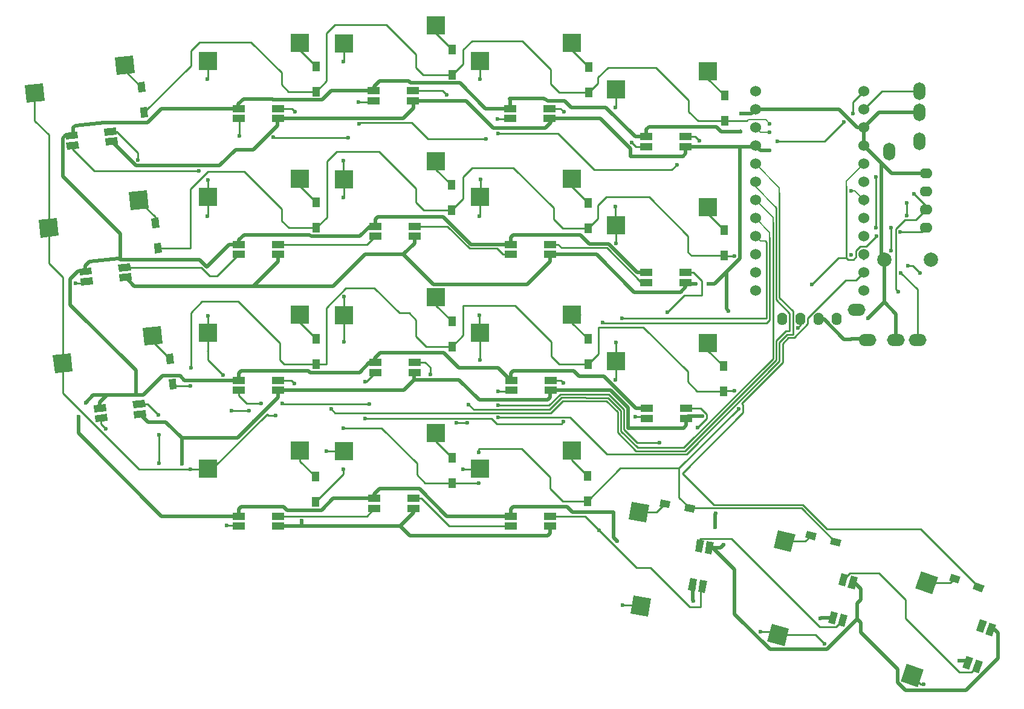
<source format=gbr>
%TF.GenerationSoftware,KiCad,Pcbnew,(5.1.10)-1*%
%TF.CreationDate,2021-10-28T21:07:40+02:00*%
%TF.ProjectId,yaohkib - lefft,79616f68-6b69-4622-902d-206c65666674,rev?*%
%TF.SameCoordinates,Original*%
%TF.FileFunction,Copper,L2,Bot*%
%TF.FilePolarity,Positive*%
%FSLAX46Y46*%
G04 Gerber Fmt 4.6, Leading zero omitted, Abs format (unit mm)*
G04 Created by KiCad (PCBNEW (5.1.10)-1) date 2021-10-28 21:07:41*
%MOMM*%
%LPD*%
G01*
G04 APERTURE LIST*
%TA.AperFunction,SMDPad,CuDef*%
%ADD10R,1.700000X1.000000*%
%TD*%
%TA.AperFunction,SMDPad,CuDef*%
%ADD11C,0.100000*%
%TD*%
%TA.AperFunction,ComponentPad*%
%ADD12O,2.500000X1.700000*%
%TD*%
%TA.AperFunction,ComponentPad*%
%ADD13O,1.397000X1.778000*%
%TD*%
%TA.AperFunction,ComponentPad*%
%ADD14C,1.524000*%
%TD*%
%TA.AperFunction,SMDPad,CuDef*%
%ADD15R,2.550000X2.500000*%
%TD*%
%TA.AperFunction,ComponentPad*%
%ADD16C,2.000000*%
%TD*%
%TA.AperFunction,SMDPad,CuDef*%
%ADD17R,1.000000X1.400000*%
%TD*%
%TA.AperFunction,ComponentPad*%
%ADD18O,1.778000X1.397000*%
%TD*%
%TA.AperFunction,ComponentPad*%
%ADD19O,1.700000X2.500000*%
%TD*%
%TA.AperFunction,ViaPad*%
%ADD20C,0.600000*%
%TD*%
%TA.AperFunction,Conductor*%
%ADD21C,0.250000*%
%TD*%
%TA.AperFunction,Conductor*%
%ADD22C,0.500000*%
%TD*%
%TA.AperFunction,Conductor*%
%ADD23C,0.203200*%
%TD*%
G04 APERTURE END LIST*
D10*
%TO.P,LED13,2*%
%TO.N,Net-(LED13-Pad2)*%
X109271500Y-77113000D03*
%TO.P,LED13,1*%
%TO.N,VCC*%
X109271500Y-78513000D03*
%TO.P,LED13,3*%
%TO.N,GND*%
X103771500Y-77113000D03*
%TO.P,LED13,4*%
%TO.N,Net-(LED12-Pad2)*%
X103771500Y-78513000D03*
%TD*%
%TO.P,LED19,2*%
%TO.N,Net-(LED19-Pad2)*%
X128365500Y-93685000D03*
%TO.P,LED19,1*%
%TO.N,VCC*%
X128365500Y-95085000D03*
%TO.P,LED19,3*%
%TO.N,GND*%
X122865500Y-93685000D03*
%TO.P,LED19,4*%
%TO.N,Net-(LED18-Pad2)*%
X122865500Y-95085000D03*
%TD*%
%TO.P,LED14,2*%
%TO.N,Net-(LED14-Pad2)*%
X128365500Y-74573000D03*
%TO.P,LED14,1*%
%TO.N,VCC*%
X128365500Y-75973000D03*
%TO.P,LED14,3*%
%TO.N,GND*%
X122865500Y-74573000D03*
%TO.P,LED14,4*%
%TO.N,Net-(LED13-Pad2)*%
X122865500Y-75973000D03*
%TD*%
%TA.AperFunction,SMDPad,CuDef*%
D11*
%TO.P,LED27,2*%
%TO.N,Net-(LED27-Pad2)*%
G36*
X207963629Y-131602249D02*
G01*
X207023937Y-131260229D01*
X207605371Y-129662751D01*
X208545063Y-130004771D01*
X207963629Y-131602249D01*
G37*
%TD.AperFunction*%
%TA.AperFunction,SMDPad,CuDef*%
%TO.P,LED27,1*%
%TO.N,VCC*%
G36*
X209279198Y-132081077D02*
G01*
X208339506Y-131739057D01*
X208920940Y-130141579D01*
X209860632Y-130483599D01*
X209279198Y-132081077D01*
G37*
%TD.AperFunction*%
%TA.AperFunction,SMDPad,CuDef*%
%TO.P,LED27,3*%
%TO.N,GND*%
G36*
X206082518Y-136770559D02*
G01*
X205142826Y-136428539D01*
X205724260Y-134831061D01*
X206663952Y-135173081D01*
X206082518Y-136770559D01*
G37*
%TD.AperFunction*%
%TA.AperFunction,SMDPad,CuDef*%
%TO.P,LED27,4*%
%TO.N,Net-(LED26-Pad2)*%
G36*
X207398087Y-137249387D02*
G01*
X206458395Y-136907367D01*
X207039829Y-135309889D01*
X207979521Y-135651909D01*
X207398087Y-137249387D01*
G37*
%TD.AperFunction*%
%TD*%
D10*
%TO.P,LED15,2*%
%TO.N,Net-(LED15-Pad2)*%
X147371500Y-77113000D03*
%TO.P,LED15,1*%
%TO.N,VCC*%
X147371500Y-78513000D03*
%TO.P,LED15,3*%
%TO.N,GND*%
X141871500Y-77113000D03*
%TO.P,LED15,4*%
%TO.N,Net-(LED14-Pad2)*%
X141871500Y-78513000D03*
%TD*%
%TO.P,LED22,2*%
%TO.N,Net-(LED22-Pad2)*%
X109271500Y-115213000D03*
%TO.P,LED22,1*%
%TO.N,VCC*%
X109271500Y-116613000D03*
%TO.P,LED22,3*%
%TO.N,GND*%
X103771500Y-115213000D03*
%TO.P,LED22,4*%
%TO.N,Net-(LED21-Pad2)*%
X103771500Y-116613000D03*
%TD*%
%TO.P,LED8,2*%
%TO.N,Net-(LED8-Pad2)*%
X147288500Y-58061500D03*
%TO.P,LED8,1*%
%TO.N,VCC*%
X147288500Y-59461500D03*
%TO.P,LED8,3*%
%TO.N,GND*%
X141788500Y-58061500D03*
%TO.P,LED8,4*%
%TO.N,Net-(LED7-Pad2)*%
X141788500Y-59461500D03*
%TD*%
%TO.P,LED9,2*%
%TO.N,Net-(LED10-Pad4)*%
X128175000Y-55585000D03*
%TO.P,LED9,1*%
%TO.N,VCC*%
X128175000Y-56985000D03*
%TO.P,LED9,3*%
%TO.N,GND*%
X122675000Y-55585000D03*
%TO.P,LED9,4*%
%TO.N,Net-(LED8-Pad2)*%
X122675000Y-56985000D03*
%TD*%
%TO.P,LED7,2*%
%TO.N,Net-(LED7-Pad2)*%
X166338500Y-61998500D03*
%TO.P,LED7,1*%
%TO.N,VCC*%
X166338500Y-63398500D03*
%TO.P,LED7,3*%
%TO.N,GND*%
X160838500Y-61998500D03*
%TO.P,LED7,4*%
%TO.N,LED*%
X160838500Y-63398500D03*
%TD*%
%TO.P,LED20,2*%
%TO.N,Net-(LED20-Pad2)*%
X109252000Y-96161500D03*
%TO.P,LED20,1*%
%TO.N,VCC*%
X109252000Y-97561500D03*
%TO.P,LED20,3*%
%TO.N,GND*%
X103752000Y-96161500D03*
%TO.P,LED20,4*%
%TO.N,Net-(LED19-Pad2)*%
X103752000Y-97561500D03*
%TD*%
%TA.AperFunction,SMDPad,CuDef*%
D11*
%TO.P,LED12,2*%
%TO.N,Net-(LED12-Pad2)*%
G36*
X86976421Y-80926610D02*
G01*
X86871892Y-79932088D01*
X88562579Y-79754390D01*
X88667108Y-80748912D01*
X86976421Y-80926610D01*
G37*
%TD.AperFunction*%
%TA.AperFunction,SMDPad,CuDef*%
%TO.P,LED12,1*%
%TO.N,VCC*%
G36*
X87122761Y-82318941D02*
G01*
X87018232Y-81324419D01*
X88708919Y-81146721D01*
X88813448Y-82141243D01*
X87122761Y-82318941D01*
G37*
%TD.AperFunction*%
%TA.AperFunction,SMDPad,CuDef*%
%TO.P,LED12,3*%
%TO.N,GND*%
G36*
X81506551Y-81501517D02*
G01*
X81402022Y-80506995D01*
X83092709Y-80329297D01*
X83197238Y-81323819D01*
X81506551Y-81501517D01*
G37*
%TD.AperFunction*%
%TA.AperFunction,SMDPad,CuDef*%
%TO.P,LED12,4*%
%TO.N,Net-(LED11-Pad2)*%
G36*
X81652891Y-82893848D02*
G01*
X81548362Y-81899326D01*
X83239049Y-81721628D01*
X83343578Y-82716150D01*
X81652891Y-82893848D01*
G37*
%TD.AperFunction*%
%TD*%
%TA.AperFunction,SMDPad,CuDef*%
%TO.P,LED21,2*%
%TO.N,Net-(LED21-Pad2)*%
G36*
X89008421Y-100103610D02*
G01*
X88903892Y-99109088D01*
X90594579Y-98931390D01*
X90699108Y-99925912D01*
X89008421Y-100103610D01*
G37*
%TD.AperFunction*%
%TA.AperFunction,SMDPad,CuDef*%
%TO.P,LED21,1*%
%TO.N,VCC*%
G36*
X89154761Y-101495941D02*
G01*
X89050232Y-100501419D01*
X90740919Y-100323721D01*
X90845448Y-101318243D01*
X89154761Y-101495941D01*
G37*
%TD.AperFunction*%
%TA.AperFunction,SMDPad,CuDef*%
%TO.P,LED21,3*%
%TO.N,GND*%
G36*
X83538551Y-100678517D02*
G01*
X83434022Y-99683995D01*
X85124709Y-99506297D01*
X85229238Y-100500819D01*
X83538551Y-100678517D01*
G37*
%TD.AperFunction*%
%TA.AperFunction,SMDPad,CuDef*%
%TO.P,LED21,4*%
%TO.N,Net-(LED20-Pad2)*%
G36*
X83684891Y-102070848D02*
G01*
X83580362Y-101076326D01*
X85271049Y-100898628D01*
X85375578Y-101893150D01*
X83684891Y-102070848D01*
G37*
%TD.AperFunction*%
%TD*%
D10*
%TO.P,LED24,2*%
%TO.N,Net-(LED24-Pad2)*%
X147371500Y-115213000D03*
%TO.P,LED24,1*%
%TO.N,VCC*%
X147371500Y-116613000D03*
%TO.P,LED24,3*%
%TO.N,GND*%
X141871500Y-115213000D03*
%TO.P,LED24,4*%
%TO.N,Net-(LED23-Pad2)*%
X141871500Y-116613000D03*
%TD*%
%TO.P,LED18,2*%
%TO.N,Net-(LED18-Pad2)*%
X147415500Y-96161500D03*
%TO.P,LED18,1*%
%TO.N,VCC*%
X147415500Y-97561500D03*
%TO.P,LED18,3*%
%TO.N,GND*%
X141915500Y-96161500D03*
%TO.P,LED18,4*%
%TO.N,Net-(LED17-Pad2)*%
X141915500Y-97561500D03*
%TD*%
%TO.P,LED23,2*%
%TO.N,Net-(LED23-Pad2)*%
X128258000Y-112736500D03*
%TO.P,LED23,1*%
%TO.N,VCC*%
X128258000Y-114136500D03*
%TO.P,LED23,3*%
%TO.N,GND*%
X122758000Y-112736500D03*
%TO.P,LED23,4*%
%TO.N,Net-(LED22-Pad2)*%
X122758000Y-114136500D03*
%TD*%
%TA.AperFunction,SMDPad,CuDef*%
D11*
%TO.P,LED26,2*%
%TO.N,Net-(LED26-Pad2)*%
G36*
X188679967Y-125105946D02*
G01*
X187714041Y-124847127D01*
X188154033Y-123205054D01*
X189119959Y-123463873D01*
X188679967Y-125105946D01*
G37*
%TD.AperFunction*%
%TA.AperFunction,SMDPad,CuDef*%
%TO.P,LED26,1*%
%TO.N,VCC*%
G36*
X190032263Y-125468292D02*
G01*
X189066337Y-125209473D01*
X189506329Y-123567400D01*
X190472255Y-123826219D01*
X190032263Y-125468292D01*
G37*
%TD.AperFunction*%
%TA.AperFunction,SMDPad,CuDef*%
%TO.P,LED26,3*%
%TO.N,GND*%
G36*
X187256463Y-130418538D02*
G01*
X186290537Y-130159719D01*
X186730529Y-128517646D01*
X187696455Y-128776465D01*
X187256463Y-130418538D01*
G37*
%TD.AperFunction*%
%TA.AperFunction,SMDPad,CuDef*%
%TO.P,LED26,4*%
%TO.N,Net-(LED25-Pad2)*%
G36*
X188608759Y-130780884D02*
G01*
X187642833Y-130522065D01*
X188082825Y-128879992D01*
X189048751Y-129138811D01*
X188608759Y-130780884D01*
G37*
%TD.AperFunction*%
%TD*%
%TA.AperFunction,SMDPad,CuDef*%
%TO.P,LED25,2*%
%TO.N,Net-(LED25-Pad2)*%
G36*
X168632303Y-120316911D02*
G01*
X167647495Y-120143263D01*
X167942697Y-118469089D01*
X168927505Y-118642737D01*
X168632303Y-120316911D01*
G37*
%TD.AperFunction*%
%TA.AperFunction,SMDPad,CuDef*%
%TO.P,LED25,1*%
%TO.N,VCC*%
G36*
X170011034Y-120560018D02*
G01*
X169026226Y-120386370D01*
X169321428Y-118712196D01*
X170306236Y-118885844D01*
X170011034Y-120560018D01*
G37*
%TD.AperFunction*%
%TA.AperFunction,SMDPad,CuDef*%
%TO.P,LED25,3*%
%TO.N,GND*%
G36*
X167677238Y-125733354D02*
G01*
X166692430Y-125559706D01*
X166987632Y-123885532D01*
X167972440Y-124059180D01*
X167677238Y-125733354D01*
G37*
%TD.AperFunction*%
%TA.AperFunction,SMDPad,CuDef*%
%TO.P,LED25,4*%
%TO.N,Net-(LED24-Pad2)*%
G36*
X169055969Y-125976461D02*
G01*
X168071161Y-125802813D01*
X168366363Y-124128639D01*
X169351171Y-124302287D01*
X169055969Y-125976461D01*
G37*
%TD.AperFunction*%
%TD*%
D10*
%TO.P,LED17,2*%
%TO.N,Net-(LED17-Pad2)*%
X166402000Y-100098500D03*
%TO.P,LED17,1*%
%TO.N,VCC*%
X166402000Y-101498500D03*
%TO.P,LED17,3*%
%TO.N,GND*%
X160902000Y-100098500D03*
%TO.P,LED17,4*%
%TO.N,Net-(LED16-Pad2)*%
X160902000Y-101498500D03*
%TD*%
%TO.P,LED10,2*%
%TO.N,Net-(LED10-Pad2)*%
X109252000Y-58061500D03*
%TO.P,LED10,1*%
%TO.N,VCC*%
X109252000Y-59461500D03*
%TO.P,LED10,3*%
%TO.N,GND*%
X103752000Y-58061500D03*
%TO.P,LED10,4*%
%TO.N,Net-(LED10-Pad4)*%
X103752000Y-59461500D03*
%TD*%
%TO.P,LED16,2*%
%TO.N,Net-(LED16-Pad2)*%
X166358000Y-81050000D03*
%TO.P,LED16,1*%
%TO.N,VCC*%
X166358000Y-82450000D03*
%TO.P,LED16,3*%
%TO.N,GND*%
X160858000Y-81050000D03*
%TO.P,LED16,4*%
%TO.N,Net-(LED15-Pad2)*%
X160858000Y-82450000D03*
%TD*%
%TA.AperFunction,SMDPad,CuDef*%
D11*
%TO.P,LED11,2*%
%TO.N,Net-(LED11-Pad2)*%
G36*
X85007921Y-61876610D02*
G01*
X84903392Y-60882088D01*
X86594079Y-60704390D01*
X86698608Y-61698912D01*
X85007921Y-61876610D01*
G37*
%TD.AperFunction*%
%TA.AperFunction,SMDPad,CuDef*%
%TO.P,LED11,1*%
%TO.N,VCC*%
G36*
X85154261Y-63268941D02*
G01*
X85049732Y-62274419D01*
X86740419Y-62096721D01*
X86844948Y-63091243D01*
X85154261Y-63268941D01*
G37*
%TD.AperFunction*%
%TA.AperFunction,SMDPad,CuDef*%
%TO.P,LED11,3*%
%TO.N,GND*%
G36*
X79538051Y-62451517D02*
G01*
X79433522Y-61456995D01*
X81124209Y-61279297D01*
X81228738Y-62273819D01*
X79538051Y-62451517D01*
G37*
%TD.AperFunction*%
%TA.AperFunction,SMDPad,CuDef*%
%TO.P,LED11,4*%
%TO.N,Net-(LED10-Pad2)*%
G36*
X79684391Y-63843848D02*
G01*
X79579862Y-62849326D01*
X81270549Y-62671628D01*
X81375078Y-63666150D01*
X79684391Y-63843848D01*
G37*
%TD.AperFunction*%
%TD*%
D12*
%TO.P,J7,A*%
%TO.N,Net-(J7-PadA)*%
X190325000Y-86325000D03*
%TO.P,J7,D*%
%TO.N,VCC*%
X191825000Y-90525000D03*
%TO.P,J7,C*%
%TO.N,GND*%
X195825000Y-90525000D03*
%TO.P,J7,B*%
%TO.N,P0.08*%
X198825000Y-90525000D03*
%TD*%
D13*
%TO.P,J5,4*%
%TO.N,GND*%
X187528000Y-87579500D03*
%TO.P,J5,3*%
%TO.N,VCC*%
X184988000Y-87579500D03*
%TO.P,J5,2*%
%TO.N,P0.17*%
X182448000Y-87579500D03*
%TO.P,J5,1*%
%TO.N,P0.15*%
X179908000Y-87579500D03*
%TD*%
D14*
%TO.P,U1,24*%
%TO.N,Net-(U1-Pad24)*%
X176113400Y-55629500D03*
%TO.P,U1,23*%
%TO.N,GND*%
X176113400Y-58169500D03*
%TO.P,U1,22*%
%TO.N,RESET*%
X176113400Y-60709500D03*
%TO.P,U1,21*%
%TO.N,VCC*%
X176113400Y-63249500D03*
%TO.P,U1,20*%
%TO.N,P0.30*%
X176113400Y-65789500D03*
%TO.P,U1,19*%
%TO.N,P0.31*%
X176113400Y-68329500D03*
%TO.P,U1,18*%
%TO.N,P0.29*%
X176113400Y-70869500D03*
%TO.P,U1,17*%
%TO.N,P0.02*%
X176113400Y-73409500D03*
%TO.P,U1,16*%
%TO.N,P1.13*%
X176113400Y-75949500D03*
%TO.P,U1,15*%
%TO.N,P0.03*%
X176113400Y-78489500D03*
%TO.P,U1,14*%
%TO.N,P0.28*%
X176113400Y-81029500D03*
%TO.P,U1,13*%
%TO.N,P1.11*%
X176113400Y-83569500D03*
%TO.P,U1,12*%
%TO.N,P1.06*%
X191333400Y-83569500D03*
%TO.P,U1,11*%
%TO.N,P0.10*%
X191333400Y-81029500D03*
%TO.P,U1,10*%
%TO.N,P0.09*%
X191333400Y-78489500D03*
%TO.P,U1,9*%
%TO.N,P0.24*%
X191333400Y-75949500D03*
%TO.P,U1,8*%
%TO.N,P0.13*%
X191333400Y-73409500D03*
%TO.P,U1,7*%
%TO.N,P0.20*%
X191333400Y-70869500D03*
%TO.P,U1,6*%
%TO.N,P0.17*%
X191333400Y-68329500D03*
%TO.P,U1,5*%
%TO.N,P0.15*%
X191333400Y-65789500D03*
%TO.P,U1,4*%
%TO.N,GND*%
X191333400Y-63249500D03*
%TO.P,U1,3*%
X191333400Y-60709500D03*
%TO.P,U1,2*%
%TO.N,P0.08*%
X191333400Y-58169500D03*
%TO.P,U1,1*%
%TO.N,LED*%
X191333400Y-55629500D03*
%TD*%
D15*
%TO.P,SW4,2*%
%TO.N,Net-(D4-Pad2)*%
X150444000Y-48908000D03*
%TO.P,SW4,1*%
%TO.N,P0.02*%
X137517000Y-51448000D03*
%TD*%
%TO.P,SW5,2*%
%TO.N,Net-(D5-Pad2)*%
X169494000Y-52845000D03*
%TO.P,SW5,1*%
%TO.N,P1.13*%
X156567000Y-55385000D03*
%TD*%
%TO.P,SW17,2*%
%TO.N,Net-(D17-Pad2)*%
X131394000Y-103581500D03*
%TO.P,SW17,1*%
%TO.N,P0.31*%
X118467000Y-106121500D03*
%TD*%
%TO.P,SW13,2*%
%TO.N,Net-(D13-Pad2)*%
X131394000Y-84531500D03*
%TO.P,SW13,1*%
%TO.N,P0.29*%
X118467000Y-87071500D03*
%TD*%
%TA.AperFunction,SMDPad,CuDef*%
D11*
%TO.P,SW19,2*%
%TO.N,Net-(D19-Pad2)*%
G36*
X158781021Y-113189930D02*
G01*
X161243040Y-113624050D01*
X160800237Y-116135310D01*
X158338218Y-115701190D01*
X158781021Y-113189930D01*
G37*
%TD.AperFunction*%
%TA.AperFunction,SMDPad,CuDef*%
%TO.P,SW19,1*%
%TO.N,P0.02*%
G36*
X159037683Y-126361607D02*
G01*
X161499702Y-126795727D01*
X161056899Y-129306987D01*
X158594880Y-128872867D01*
X159037683Y-126361607D01*
G37*
%TD.AperFunction*%
%TD*%
D15*
%TO.P,SW15,2*%
%TO.N,Net-(D15-Pad2)*%
X169494000Y-90945000D03*
%TO.P,SW15,1*%
%TO.N,P1.13*%
X156567000Y-93485000D03*
%TD*%
%TO.P,SW2,2*%
%TO.N,Net-(D2-Pad2)*%
X112344000Y-48908000D03*
%TO.P,SW2,1*%
%TO.N,P0.31*%
X99417000Y-51448000D03*
%TD*%
%TO.P,SW7,2*%
%TO.N,Net-(D7-Pad2)*%
X112344000Y-67958000D03*
%TO.P,SW7,1*%
%TO.N,P0.31*%
X99417000Y-70498000D03*
%TD*%
D16*
%TO.P,RSW1,2*%
%TO.N,GND*%
X194200000Y-79250000D03*
%TO.P,RSW1,1*%
%TO.N,RESET*%
X200700000Y-79250000D03*
%TD*%
%TA.AperFunction,SMDPad,CuDef*%
D11*
%TO.P,SW6,2*%
%TO.N,Net-(D6-Pad2)*%
G36*
X90883847Y-69554747D02*
G01*
X91145168Y-72041052D01*
X88609137Y-72307599D01*
X88347816Y-69821294D01*
X90883847Y-69554747D01*
G37*
%TD.AperFunction*%
%TA.AperFunction,SMDPad,CuDef*%
%TO.P,SW6,1*%
%TO.N,P0.30*%
G36*
X78293165Y-73432073D02*
G01*
X78554486Y-75918378D01*
X76018455Y-76184925D01*
X75757134Y-73698620D01*
X78293165Y-73432073D01*
G37*
%TD.AperFunction*%
%TD*%
%TA.AperFunction,SMDPad,CuDef*%
%TO.P,SW21,2*%
%TO.N,Net-(D21-Pad2)*%
G36*
X199380903Y-122922720D02*
G01*
X201730134Y-123777770D01*
X200857983Y-126173986D01*
X198508752Y-125318936D01*
X199380903Y-122922720D01*
G37*
%TD.AperFunction*%
%TA.AperFunction,SMDPad,CuDef*%
%TO.P,SW21,1*%
%TO.N,P1.13*%
G36*
X197346428Y-135938858D02*
G01*
X199695659Y-136793908D01*
X198823508Y-139190124D01*
X196474277Y-138335074D01*
X197346428Y-135938858D01*
G37*
%TD.AperFunction*%
%TD*%
%TA.AperFunction,SMDPad,CuDef*%
%TO.P,SW20,2*%
%TO.N,Net-(D20-Pad2)*%
G36*
X179318705Y-117166682D02*
G01*
X181733520Y-117813729D01*
X181073531Y-120276840D01*
X178658716Y-119629793D01*
X179318705Y-117166682D01*
G37*
%TD.AperFunction*%
%TA.AperFunction,SMDPad,CuDef*%
%TO.P,SW20,1*%
%TO.N,P1.13*%
G36*
X178426402Y-130310605D02*
G01*
X180841217Y-130957652D01*
X180181228Y-133420763D01*
X177766413Y-132773716D01*
X178426402Y-130310605D01*
G37*
%TD.AperFunction*%
%TD*%
D17*
%TO.P,D17,2*%
%TO.N,Net-(D17-Pad2)*%
X133616500Y-107010500D03*
%TO.P,D17,1*%
%TO.N,P0.09*%
X133616500Y-110560500D03*
%TD*%
%TA.AperFunction,SMDPad,CuDef*%
D11*
%TO.P,D19,2*%
%TO.N,Net-(D19-Pad2)*%
G36*
X164217351Y-113116650D02*
G01*
X164043702Y-114101458D01*
X162664971Y-113858350D01*
X162838620Y-112873542D01*
X164217351Y-113116650D01*
G37*
%TD.AperFunction*%
%TA.AperFunction,SMDPad,CuDef*%
%TO.P,D19,1*%
%TO.N,P0.09*%
G36*
X167713419Y-113733102D02*
G01*
X167539770Y-114717910D01*
X166161039Y-114474802D01*
X166334688Y-113489994D01*
X167713419Y-113733102D01*
G37*
%TD.AperFunction*%
%TD*%
D17*
%TO.P,D5,2*%
%TO.N,Net-(D5-Pad2)*%
X171843500Y-56277000D03*
%TO.P,D5,1*%
%TO.N,P0.20*%
X171843500Y-59827000D03*
%TD*%
D15*
%TO.P,SW14,2*%
%TO.N,Net-(D14-Pad2)*%
X150444000Y-87008000D03*
%TO.P,SW14,1*%
%TO.N,P0.02*%
X137517000Y-89548000D03*
%TD*%
D17*
%TO.P,D3,2*%
%TO.N,Net-(D3-Pad2)*%
X133680000Y-49797000D03*
%TO.P,D3,1*%
%TO.N,P0.20*%
X133680000Y-53347000D03*
%TD*%
D15*
%TO.P,SW16,2*%
%TO.N,Net-(D16-Pad2)*%
X112344000Y-106058000D03*
%TO.P,SW16,1*%
%TO.N,P0.30*%
X99417000Y-108598000D03*
%TD*%
D18*
%TO.P,J2,4*%
%TO.N,GND*%
X200050000Y-67170000D03*
%TO.P,J2,3*%
%TO.N,VCC*%
X200050000Y-69710000D03*
%TO.P,J2,2*%
%TO.N,P0.17*%
X200050000Y-72250000D03*
%TO.P,J2,1*%
%TO.N,P0.15*%
X200050000Y-74790000D03*
%TD*%
D17*
%TO.P,D7,2*%
%TO.N,Net-(D7-Pad2)*%
X114630000Y-71263000D03*
%TO.P,D7,1*%
%TO.N,P0.13*%
X114630000Y-74813000D03*
%TD*%
%TA.AperFunction,SMDPad,CuDef*%
D11*
%TO.P,SW1,2*%
%TO.N,Net-(D1-Pad2)*%
G36*
X88915347Y-50631747D02*
G01*
X89176668Y-53118052D01*
X86640637Y-53384599D01*
X86379316Y-50898294D01*
X88915347Y-50631747D01*
G37*
%TD.AperFunction*%
%TA.AperFunction,SMDPad,CuDef*%
%TO.P,SW1,1*%
%TO.N,P0.30*%
G36*
X76324665Y-54509073D02*
G01*
X76585986Y-56995378D01*
X74049955Y-57261925D01*
X73788634Y-54775620D01*
X76324665Y-54509073D01*
G37*
%TD.AperFunction*%
%TD*%
%TA.AperFunction,SMDPad,CuDef*%
%TO.P,D11,2*%
%TO.N,Net-(D11-Pad2)*%
G36*
X94694893Y-93824125D02*
G01*
X93700371Y-93928654D01*
X93554031Y-92536323D01*
X94548553Y-92431794D01*
X94694893Y-93824125D01*
G37*
%TD.AperFunction*%
%TA.AperFunction,SMDPad,CuDef*%
%TO.P,D11,1*%
%TO.N,P0.24*%
G36*
X95065969Y-97354677D02*
G01*
X94071447Y-97459206D01*
X93925107Y-96066875D01*
X94919629Y-95962346D01*
X95065969Y-97354677D01*
G37*
%TD.AperFunction*%
%TD*%
%TA.AperFunction,SMDPad,CuDef*%
%TO.P,D20,2*%
%TO.N,Net-(D20-Pad2)*%
G36*
X184714058Y-117630710D02*
G01*
X184455239Y-118596636D01*
X183102942Y-118234290D01*
X183361761Y-117268364D01*
X184714058Y-117630710D01*
G37*
%TD.AperFunction*%
%TA.AperFunction,SMDPad,CuDef*%
%TO.P,D20,1*%
%TO.N,P0.09*%
G36*
X188143094Y-118549518D02*
G01*
X187884275Y-119515444D01*
X186531978Y-119153098D01*
X186790797Y-118187172D01*
X188143094Y-118549518D01*
G37*
%TD.AperFunction*%
%TD*%
D17*
%TO.P,D13,2*%
%TO.N,Net-(D13-Pad2)*%
X133616500Y-87900000D03*
%TO.P,D13,1*%
%TO.N,P0.24*%
X133616500Y-91450000D03*
%TD*%
%TO.P,D8,2*%
%TO.N,Net-(D8-Pad2)*%
X133553000Y-68786500D03*
%TO.P,D8,1*%
%TO.N,P0.13*%
X133553000Y-72336500D03*
%TD*%
%TA.AperFunction,SMDPad,CuDef*%
D11*
%TO.P,SW11,2*%
%TO.N,Net-(D11-Pad2)*%
G36*
X92852347Y-88541247D02*
G01*
X93113668Y-91027552D01*
X90577637Y-91294099D01*
X90316316Y-88807794D01*
X92852347Y-88541247D01*
G37*
%TD.AperFunction*%
%TA.AperFunction,SMDPad,CuDef*%
%TO.P,SW11,1*%
%TO.N,P0.30*%
G36*
X80261665Y-92418573D02*
G01*
X80522986Y-94904878D01*
X77986955Y-95171425D01*
X77725634Y-92685120D01*
X80261665Y-92418573D01*
G37*
%TD.AperFunction*%
%TD*%
D17*
%TO.P,D4,2*%
%TO.N,Net-(D4-Pad2)*%
X152793500Y-52276500D03*
%TO.P,D4,1*%
%TO.N,P0.20*%
X152793500Y-55826500D03*
%TD*%
D15*
%TO.P,SW10,2*%
%TO.N,Net-(D10-Pad2)*%
X169494000Y-71895000D03*
%TO.P,SW10,1*%
%TO.N,P1.13*%
X156567000Y-74435000D03*
%TD*%
D19*
%TO.P,J1,A*%
%TO.N,Net-(J1-PadA)*%
X194889500Y-64137000D03*
%TO.P,J1,D*%
%TO.N,VCC*%
X199089500Y-62637000D03*
%TO.P,J1,C*%
%TO.N,GND*%
X199089500Y-58637000D03*
%TO.P,J1,B*%
%TO.N,P0.08*%
X199089500Y-55637000D03*
%TD*%
D15*
%TO.P,SW9,2*%
%TO.N,Net-(D9-Pad2)*%
X150444000Y-67958000D03*
%TO.P,SW9,1*%
%TO.N,P0.02*%
X137517000Y-70498000D03*
%TD*%
D17*
%TO.P,D2,2*%
%TO.N,Net-(D2-Pad2)*%
X114566500Y-52149500D03*
%TO.P,D2,1*%
%TO.N,P0.20*%
X114566500Y-55699500D03*
%TD*%
%TA.AperFunction,SMDPad,CuDef*%
D11*
%TO.P,D21,2*%
%TO.N,Net-(D21-Pad2)*%
G36*
X204866795Y-123734568D02*
G01*
X204524775Y-124674260D01*
X203209205Y-124195432D01*
X203551225Y-123255740D01*
X204866795Y-123734568D01*
G37*
%TD.AperFunction*%
%TA.AperFunction,SMDPad,CuDef*%
%TO.P,D21,1*%
%TO.N,P0.10*%
G36*
X208202703Y-124948740D02*
G01*
X207860683Y-125888432D01*
X206545113Y-125409604D01*
X206887133Y-124469912D01*
X208202703Y-124948740D01*
G37*
%TD.AperFunction*%
%TD*%
D15*
%TO.P,SW12,2*%
%TO.N,Net-(D12-Pad2)*%
X112344000Y-87008000D03*
%TO.P,SW12,1*%
%TO.N,P0.31*%
X99417000Y-89548000D03*
%TD*%
%TO.P,SW3,2*%
%TO.N,Net-(D3-Pad2)*%
X131394000Y-46431500D03*
%TO.P,SW3,1*%
%TO.N,P0.29*%
X118467000Y-48971500D03*
%TD*%
D17*
%TO.P,D16,2*%
%TO.N,Net-(D16-Pad2)*%
X114503000Y-109677500D03*
%TO.P,D16,1*%
%TO.N,P0.09*%
X114503000Y-113227500D03*
%TD*%
%TA.AperFunction,SMDPad,CuDef*%
D11*
%TO.P,D1,2*%
%TO.N,Net-(D1-Pad2)*%
G36*
X90694393Y-55724125D02*
G01*
X89699871Y-55828654D01*
X89553531Y-54436323D01*
X90548053Y-54331794D01*
X90694393Y-55724125D01*
G37*
%TD.AperFunction*%
%TA.AperFunction,SMDPad,CuDef*%
%TO.P,D1,1*%
%TO.N,P0.20*%
G36*
X91065469Y-59254677D02*
G01*
X90070947Y-59359206D01*
X89924607Y-57966875D01*
X90919129Y-57862346D01*
X91065469Y-59254677D01*
G37*
%TD.AperFunction*%
%TD*%
D17*
%TO.P,D12,2*%
%TO.N,Net-(D12-Pad2)*%
X114630000Y-90373500D03*
%TO.P,D12,1*%
%TO.N,P0.24*%
X114630000Y-93923500D03*
%TD*%
%TA.AperFunction,SMDPad,CuDef*%
D11*
%TO.P,D6,2*%
%TO.N,Net-(D6-Pad2)*%
G36*
X92657931Y-74761401D02*
G01*
X91663409Y-74865930D01*
X91517069Y-73473599D01*
X92511591Y-73369070D01*
X92657931Y-74761401D01*
G37*
%TD.AperFunction*%
%TA.AperFunction,SMDPad,CuDef*%
%TO.P,D6,1*%
%TO.N,P0.13*%
G36*
X93029007Y-78291953D02*
G01*
X92034485Y-78396482D01*
X91888145Y-77004151D01*
X92882667Y-76899622D01*
X93029007Y-78291953D01*
G37*
%TD.AperFunction*%
%TD*%
D17*
%TO.P,D14,2*%
%TO.N,Net-(D14-Pad2)*%
X152666500Y-90373500D03*
%TO.P,D14,1*%
%TO.N,P0.24*%
X152666500Y-93923500D03*
%TD*%
%TO.P,D10,2*%
%TO.N,Net-(D10-Pad2)*%
X171780000Y-75136500D03*
%TO.P,D10,1*%
%TO.N,P0.13*%
X171780000Y-78686500D03*
%TD*%
%TO.P,D15,2*%
%TO.N,Net-(D15-Pad2)*%
X171653000Y-94183500D03*
%TO.P,D15,1*%
%TO.N,P0.24*%
X171653000Y-97733500D03*
%TD*%
D15*
%TO.P,SW8,2*%
%TO.N,Net-(D8-Pad2)*%
X131394000Y-65481500D03*
%TO.P,SW8,1*%
%TO.N,P0.29*%
X118467000Y-68021500D03*
%TD*%
D17*
%TO.P,D9,2*%
%TO.N,Net-(D9-Pad2)*%
X152730000Y-71326500D03*
%TO.P,D9,1*%
%TO.N,P0.13*%
X152730000Y-74876500D03*
%TD*%
%TO.P,D18,2*%
%TO.N,Net-(D18-Pad2)*%
X152603000Y-109550500D03*
%TO.P,D18,1*%
%TO.N,P0.09*%
X152603000Y-113100500D03*
%TD*%
D15*
%TO.P,SW18,2*%
%TO.N,Net-(D18-Pad2)*%
X150444000Y-106058000D03*
%TO.P,SW18,1*%
%TO.N,P0.29*%
X137517000Y-108598000D03*
%TD*%
D20*
%TO.N,VCC*%
X178066500Y-63957500D03*
X172351500Y-86436500D03*
X170573500Y-114821000D03*
X171653000Y-119266000D03*
X168668500Y-101232000D03*
X170510000Y-116789500D03*
X167789500Y-82626500D03*
X112598000Y-115838000D03*
X169557500Y-82626500D03*
X95770500Y-107899500D03*
%TO.N,GND*%
X204673000Y-135458500D03*
X185242000Y-129553000D03*
X174129500Y-58750500D03*
X167462000Y-127076500D03*
X174066000Y-61290500D03*
X81292500Y-101295500D03*
X82308500Y-99327000D03*
X156767242Y-118694500D03*
X191925000Y-87500000D03*
%TO.N,LED*%
X158826000Y-62814500D03*
X189814000Y-58750500D03*
X179209500Y-62687500D03*
X188544000Y-59957000D03*
%TO.N,Net-(LED7-Pad2)*%
X140030000Y-59576000D03*
X140093500Y-61573010D03*
X168287500Y-62560500D03*
X165107000Y-65952500D03*
%TO.N,Net-(LED8-Pad2)*%
X149301000Y-58560000D03*
X120599000Y-60213000D03*
X138379000Y-62306500D03*
X120535500Y-57163000D03*
%TO.N,Net-(LED10-Pad4)*%
X108618831Y-62073831D03*
X119075000Y-62179500D03*
X103835000Y-61925500D03*
X132854500Y-56147000D03*
%TO.N,Net-(LED10-Pad2)*%
X98201280Y-66847761D03*
X111645500Y-58496500D03*
%TO.N,Net-(LED11-Pad2)*%
X80911500Y-82563000D03*
X89645335Y-65320165D03*
%TO.N,Net-(LED16-Pad2)*%
X159334000Y-101295500D03*
X163779000Y-86627000D03*
%TO.N,Net-(LED17-Pad2)*%
X162699500Y-104957039D03*
X168028549Y-102802069D03*
X140093500Y-97739500D03*
X140107000Y-99673010D03*
%TO.N,Net-(LED18-Pad2)*%
X121424500Y-96342500D03*
X149237500Y-96533000D03*
X149237500Y-101989510D03*
X121424500Y-101539500D03*
%TO.N,Net-(LED19-Pad2)*%
X122059500Y-99517500D03*
X106883000Y-99390500D03*
X109867500Y-99454000D03*
X130568500Y-95336500D03*
%TO.N,Net-(LED20-Pad2)*%
X105168500Y-100470000D03*
X102773280Y-100457300D03*
X85166000Y-102946500D03*
X111582000Y-96596500D03*
%TO.N,Net-(LED21-Pad2)*%
X102107000Y-116552500D03*
X92532000Y-101041500D03*
X92595500Y-103835500D03*
X92595500Y-107836000D03*
%TO.N,Net-(LED24-Pad2)*%
X154254000Y-117223010D03*
%TO.N,P0.20*%
X189560000Y-69609000D03*
X178130000Y-60211000D03*
%TO.N,P0.13*%
X173177000Y-78753000D03*
%TO.N,P0.24*%
X97065900Y-94419720D03*
X96989700Y-96987660D03*
X173177000Y-97612500D03*
%TO.N,P0.09*%
X189560000Y-78626000D03*
X173792000Y-100147500D03*
X118440000Y-102883000D03*
X118440000Y-108661500D03*
X137363000Y-110630000D03*
X137363000Y-106248500D03*
%TO.N,P0.08*%
X192975000Y-67650000D03*
X192975000Y-74775000D03*
X195150000Y-74750000D03*
X195149999Y-77975000D03*
X196500000Y-81100000D03*
%TO.N,P0.17*%
X198375000Y-70075000D03*
X196100000Y-83775000D03*
X182045273Y-88820273D03*
%TO.N,P0.15*%
X184035500Y-82698130D03*
X193053000Y-76000000D03*
X196400000Y-75375000D03*
%TO.N,RESET*%
X178130000Y-61417500D03*
X197363919Y-71295420D03*
X197350000Y-73075000D03*
X197450000Y-80100000D03*
X199150000Y-81100000D03*
%TO.N,P0.30*%
X134207000Y-102164500D03*
X135765500Y-102164500D03*
X96977000Y-108661500D03*
X140057000Y-101373021D03*
X108932000Y-101095000D03*
%TO.N,P0.31*%
X116725500Y-100216000D03*
X99390000Y-73165000D03*
X99390000Y-53988000D03*
X116027000Y-106121500D03*
X99453500Y-87135000D03*
X99453500Y-68085000D03*
X101549000Y-95413000D03*
%TO.N,P0.29*%
X118440000Y-70561500D03*
X118440000Y-65418000D03*
X135966000Y-99581000D03*
X135140500Y-108661500D03*
X118503500Y-90754500D03*
X118440000Y-51511500D03*
X118503500Y-84468000D03*
%TO.N,P0.02*%
X137490000Y-73165000D03*
X137553500Y-53988000D03*
X154762000Y-88097500D03*
X137553500Y-93358000D03*
X137617000Y-68021500D03*
X137490000Y-87071500D03*
X157492500Y-127711500D03*
%TO.N,P1.13*%
X157429000Y-87516000D03*
X156603500Y-90881500D03*
X156603500Y-76975000D03*
X156540000Y-96152000D03*
X199656500Y-138760500D03*
X156540000Y-71831500D03*
X185771447Y-133120773D03*
X156540000Y-57925000D03*
X176860000Y-131458000D03*
%TD*%
D21*
%TO.N,Net-(D1-Pad2)*%
X87777992Y-52008173D02*
X87777992Y-52734254D01*
X87777992Y-52734254D02*
X90123962Y-55080224D01*
%TO.N,Net-(D2-Pad2)*%
X112344000Y-48908000D02*
X112344000Y-49927000D01*
X112344000Y-48908000D02*
X112344000Y-49228500D01*
X112344000Y-49927000D02*
X114566500Y-52149500D01*
%TO.N,Net-(D3-Pad2)*%
X131394000Y-47511000D02*
X133680000Y-49797000D01*
X131394000Y-46431500D02*
X131394000Y-47511000D01*
%TO.N,Net-(D4-Pad2)*%
X150444000Y-48908000D02*
X150444000Y-49927000D01*
X150444000Y-49927000D02*
X152793500Y-52276500D01*
%TO.N,Net-(D5-Pad2)*%
X169494000Y-53927500D02*
X171843500Y-56277000D01*
X169494000Y-52845000D02*
X169494000Y-53927500D01*
%TO.N,Net-(D6-Pad2)*%
X92087500Y-74117500D02*
X92087500Y-73272181D01*
X92087500Y-73272181D02*
X89746492Y-70931173D01*
%TO.N,Net-(D7-Pad2)*%
X112344000Y-67958000D02*
X112344000Y-68977000D01*
X112344000Y-68977000D02*
X114630000Y-71263000D01*
%TO.N,Net-(D8-Pad2)*%
X131394000Y-65481500D02*
X131394000Y-66627500D01*
X131394000Y-66627500D02*
X133553000Y-68786500D01*
%TO.N,Net-(D9-Pad2)*%
X150444000Y-69040500D02*
X152730000Y-71326500D01*
X150444000Y-67958000D02*
X150444000Y-69040500D01*
%TO.N,Net-(D10-Pad2)*%
X169494000Y-72850500D02*
X171780000Y-75136500D01*
X169494000Y-71895000D02*
X169494000Y-72850500D01*
%TO.N,Net-(D11-Pad2)*%
X91714992Y-90770754D02*
X94124462Y-93180224D01*
X91714992Y-89917673D02*
X91714992Y-90770754D01*
%TO.N,Net-(D12-Pad2)*%
X112344000Y-87008000D02*
X112344000Y-88087500D01*
X112344000Y-88087500D02*
X114630000Y-90373500D01*
%TO.N,Net-(D13-Pad2)*%
X131394000Y-85677500D02*
X133616500Y-87900000D01*
X131394000Y-84531500D02*
X131394000Y-85677500D01*
%TO.N,Net-(D14-Pad2)*%
X150444000Y-87008000D02*
X151587000Y-87008000D01*
X150444000Y-87008000D02*
X150444000Y-88151000D01*
X150444000Y-88151000D02*
X152666500Y-90373500D01*
%TO.N,Net-(D15-Pad2)*%
X169494000Y-92024500D02*
X171653000Y-94183500D01*
X169494000Y-90945000D02*
X169494000Y-92024500D01*
%TO.N,Net-(D16-Pad2)*%
X112344000Y-107518500D02*
X114503000Y-109677500D01*
X112344000Y-106058000D02*
X112344000Y-107518500D01*
%TO.N,Net-(D17-Pad2)*%
X131394000Y-104788000D02*
X133616500Y-107010500D01*
X131394000Y-103581500D02*
X131394000Y-104788000D01*
%TO.N,Net-(D18-Pad2)*%
X150444000Y-106058000D02*
X150444000Y-107391500D01*
X150444000Y-107391500D02*
X152603000Y-109550500D01*
%TO.N,Net-(D19-Pad2)*%
X162266041Y-114662620D02*
X163441161Y-113487500D01*
X159790629Y-114662620D02*
X162266041Y-114662620D01*
%TO.N,Net-(D20-Pad2)*%
X183119239Y-118721761D02*
X183908500Y-117932500D01*
X180196118Y-118721761D02*
X183119239Y-118721761D01*
%TO.N,Net-(D21-Pad2)*%
X203454647Y-124548353D02*
X204038000Y-123965000D01*
X200119443Y-124548353D02*
X203454647Y-124548353D01*
D22*
%TO.N,VCC*%
X147371500Y-79513000D02*
X144126999Y-82757501D01*
X166711000Y-101232000D02*
X166446000Y-101497000D01*
X158311012Y-100022976D02*
X155851036Y-97563000D01*
X147011490Y-98923010D02*
X137453136Y-98923010D01*
X166358000Y-63400000D02*
X173699000Y-63400000D01*
X105837500Y-101997000D02*
X106058220Y-101776280D01*
X147371500Y-98563000D02*
X147011490Y-98923010D01*
X166446000Y-101497000D02*
X166446000Y-102497000D01*
X166358000Y-64400000D02*
X166358000Y-63400000D01*
X139435510Y-60823010D02*
X146720753Y-60823010D01*
X128258000Y-57986500D02*
X128258000Y-56986500D01*
X126825500Y-78513000D02*
X121444502Y-78513000D01*
X109271500Y-98563000D02*
X109271500Y-97563000D01*
X172081001Y-80959001D02*
X172081001Y-86166001D01*
X172081001Y-80959001D02*
X170413502Y-82626500D01*
X173699000Y-63400000D02*
X173927001Y-63628001D01*
X173927001Y-79113001D02*
X172081001Y-80959001D01*
X127762773Y-117973010D02*
X147011490Y-117973010D01*
X153875833Y-78513000D02*
X147371500Y-78513000D01*
X147371500Y-117613000D02*
X147371500Y-116613000D01*
X131070001Y-82757501D02*
X126825500Y-78513000D01*
X173699000Y-63400000D02*
X175962900Y-63400000D01*
X168668500Y-101232000D02*
X166711000Y-101232000D01*
X154364498Y-59463000D02*
X158612510Y-63711012D01*
X165997990Y-64760010D02*
X166358000Y-64400000D01*
X121444502Y-78513000D02*
X116999502Y-82958000D01*
X126845000Y-97563000D02*
X128321500Y-96086500D01*
X95779799Y-104253641D02*
X103580859Y-104253641D01*
X134616626Y-96086500D02*
X128321500Y-96086500D01*
X144126999Y-82757501D02*
X131070001Y-82757501D01*
X105798500Y-63833500D02*
X109169000Y-60463000D01*
X103580859Y-104253641D02*
X106058220Y-101776280D01*
X147371500Y-97563000D02*
X147371500Y-98563000D01*
X103324000Y-63833500D02*
X101059739Y-66097761D01*
X109271500Y-79513000D02*
X105826500Y-82958000D01*
X109169000Y-59463000D02*
X126781500Y-59463000D01*
X158311012Y-102858510D02*
X158311012Y-100022976D01*
X158612510Y-64760010D02*
X165997990Y-64760010D01*
X147011490Y-117973010D02*
X147371500Y-117613000D01*
X196024267Y-136652267D02*
X196024267Y-138521476D01*
X205643752Y-139640134D02*
X210125393Y-135158493D01*
X210125393Y-135158493D02*
X210125393Y-131604564D01*
X170510000Y-114884500D02*
X170573500Y-114821000D01*
X169666231Y-119636107D02*
X171282893Y-119636107D01*
X197142925Y-139640134D02*
X205643752Y-139640134D01*
X170510000Y-116789500D02*
X170510000Y-114884500D01*
X171282893Y-119636107D02*
X171653000Y-119266000D01*
X190891762Y-131519762D02*
X196024267Y-136652267D01*
X209632157Y-131111328D02*
X209100069Y-131111328D01*
X210125393Y-131604564D02*
X209632157Y-131111328D01*
X196024267Y-138521476D02*
X197142925Y-139640134D01*
X116999502Y-82958000D02*
X105826500Y-82958000D01*
X173927001Y-63628001D02*
X173927001Y-79113001D01*
X105798500Y-63833500D02*
X103324000Y-63833500D01*
X155851036Y-97563000D02*
X147371500Y-97563000D01*
X166534500Y-82626500D02*
X166358000Y-82450000D01*
X176821400Y-63957500D02*
X176113400Y-63249500D01*
X166358000Y-83071263D02*
X165619253Y-83810010D01*
X178066500Y-63957500D02*
X176821400Y-63957500D01*
X128258000Y-56986500D02*
X135599000Y-56986500D01*
X147371500Y-78513000D02*
X147371500Y-79513000D01*
X159172843Y-83810010D02*
X153875833Y-78513000D01*
X126781500Y-59463000D02*
X128258000Y-57986500D01*
X167789500Y-82626500D02*
X166534500Y-82626500D01*
X109271500Y-97563000D02*
X126845000Y-97563000D01*
X137453136Y-98923010D02*
X134616626Y-96086500D01*
X147459500Y-60084263D02*
X147459500Y-59463000D01*
X126402763Y-116613000D02*
X128258000Y-114757763D01*
X172081001Y-86166001D02*
X172351500Y-86436500D01*
X166358000Y-82450000D02*
X166358000Y-83071263D01*
X170413502Y-82626500D02*
X169557500Y-82626500D01*
X128365500Y-76973000D02*
X126825500Y-78513000D01*
X128321500Y-96086500D02*
X128321500Y-95086500D01*
X158612510Y-63711012D02*
X158612510Y-64760010D01*
X146720753Y-60823010D02*
X147459500Y-60084263D01*
X109169000Y-60463000D02*
X109169000Y-59463000D01*
X175962900Y-63400000D02*
X176113400Y-63249500D01*
X128365500Y-75973000D02*
X128365500Y-76973000D01*
X166084490Y-102858510D02*
X158311012Y-102858510D01*
X135599000Y-56986500D02*
X139435510Y-60823010D01*
X106058220Y-101776280D02*
X109271500Y-98563000D01*
X147459500Y-59463000D02*
X154364498Y-59463000D01*
X93532658Y-102006500D02*
X91044509Y-102006500D01*
X109271500Y-78513000D02*
X109271500Y-79513000D01*
X109271500Y-116613000D02*
X112457000Y-116613000D01*
D21*
X199089500Y-62637000D02*
X199089500Y-63191000D01*
D22*
X93532658Y-102006500D02*
X95779799Y-104253641D01*
X166446000Y-102497000D02*
X166084490Y-102858510D01*
X112598000Y-115838000D02*
X112598000Y-116472000D01*
X95779799Y-107890201D02*
X95770500Y-107899500D01*
X89362270Y-66097761D02*
X85947340Y-62682831D01*
X95779799Y-104253641D02*
X95779799Y-107890201D01*
X173219419Y-128927421D02*
X178162771Y-133870773D01*
X112457000Y-116613000D02*
X126402763Y-116613000D01*
X178162771Y-133870773D02*
X186155282Y-133870773D01*
X169666231Y-119636107D02*
X170173944Y-119636107D01*
X170173944Y-119636107D02*
X173219419Y-122681582D01*
X189980838Y-124517846D02*
X189769296Y-124517846D01*
X112598000Y-116472000D02*
X112457000Y-116613000D01*
X101059739Y-66097761D02*
X89362270Y-66097761D01*
X89141009Y-82958000D02*
X87915840Y-81732831D01*
X105826500Y-82958000D02*
X89141009Y-82958000D01*
X91044509Y-102006500D02*
X89947840Y-100909831D01*
X173219419Y-122681582D02*
X173219419Y-128927421D01*
X190891762Y-125428770D02*
X189980838Y-124517846D01*
X165619253Y-83810010D02*
X159172843Y-83810010D01*
X126402763Y-116613000D02*
X127762773Y-117973010D01*
X128258000Y-114757763D02*
X128258000Y-114136500D01*
X190387813Y-129638242D02*
X186155282Y-133870773D01*
X190387813Y-127464185D02*
X190387813Y-129638242D01*
X190891762Y-126960236D02*
X190387813Y-127464185D01*
X190891762Y-125428770D02*
X190891762Y-126960236D01*
X190891762Y-130142191D02*
X190387813Y-129638242D01*
X190891762Y-131519762D02*
X190891762Y-130142191D01*
X191675000Y-90375000D02*
X191825000Y-90525000D01*
X189525000Y-90425000D02*
X189575000Y-90375000D01*
X188558762Y-90425000D02*
X189525000Y-90425000D01*
X185713262Y-87579500D02*
X188558762Y-90425000D01*
X189575000Y-90375000D02*
X191675000Y-90375000D01*
X184988000Y-87579500D02*
X185713262Y-87579500D01*
%TO.N,GND*%
X160946000Y-100097000D02*
X159374998Y-100097000D01*
X187866502Y-58169500D02*
X190406502Y-60709500D01*
X175532400Y-58750500D02*
X176113400Y-58169500D01*
X190406502Y-60709500D02*
X191333400Y-60709500D01*
X116689502Y-55586500D02*
X122758000Y-55586500D01*
X104131510Y-94802990D02*
X103771500Y-95163000D01*
X103771500Y-114213000D02*
X103771500Y-115213000D01*
X122758000Y-112115237D02*
X122758000Y-112736500D01*
X103771500Y-95163000D02*
X103771500Y-96163000D01*
X113769999Y-95073501D02*
X113499488Y-94802990D01*
X132894502Y-115213000D02*
X129057992Y-111376490D01*
X103669000Y-57441737D02*
X104407747Y-56702990D01*
X122758000Y-54965237D02*
X123496747Y-54226490D01*
X191333400Y-60709500D02*
X193405900Y-58637000D01*
X141871500Y-95163000D02*
X141871500Y-96163000D01*
X141871500Y-115213000D02*
X132894502Y-115213000D01*
X122758000Y-112736500D02*
X117004002Y-112736500D01*
X150514990Y-114637990D02*
X156248304Y-114637990D01*
X193405900Y-58637000D02*
X194109900Y-58637000D01*
X191333400Y-60709500D02*
X191333400Y-63249500D01*
X123560247Y-92326490D02*
X122821500Y-93065237D01*
X117004002Y-112736500D02*
X115363001Y-114377501D01*
X141698010Y-56701490D02*
X141788500Y-56791980D01*
X151467490Y-95587990D02*
X150682490Y-94802990D01*
X132482988Y-92326490D02*
X123560247Y-92326490D01*
X176113400Y-58169500D02*
X187866502Y-58169500D01*
X146720753Y-56702990D02*
X146551253Y-56702990D01*
X110046990Y-113852990D02*
X104131510Y-113852990D01*
X113499488Y-94802990D02*
X104131510Y-94802990D01*
X174129500Y-58750500D02*
X175532400Y-58750500D01*
X122821500Y-93065237D02*
X122821500Y-93686500D01*
X141871500Y-96163000D02*
X140094990Y-94386490D01*
X146549753Y-56701490D02*
X141698010Y-56701490D01*
X150682490Y-94802990D02*
X142231510Y-94802990D01*
X171296998Y-61290500D02*
X174066000Y-61290500D01*
X132419488Y-73212990D02*
X136319498Y-77113000D01*
X142231510Y-94802990D02*
X141871500Y-95163000D01*
X122865500Y-74573000D02*
X122865500Y-73573000D01*
X103771500Y-76491737D02*
X104510247Y-75752990D01*
X146994264Y-56976501D02*
X146720753Y-56702990D01*
X120715497Y-75963001D02*
X122105498Y-74573000D01*
X199089500Y-58637000D02*
X194109900Y-58637000D01*
X151596488Y-75752990D02*
X152881998Y-77038500D01*
X122821500Y-93686500D02*
X122061498Y-93686500D01*
X134735873Y-54497001D02*
X138301872Y-58063000D01*
X155556998Y-77038500D02*
X159568498Y-81050000D01*
X123496747Y-54226490D02*
X127519253Y-54226490D01*
X127519253Y-54226490D02*
X127789764Y-54497001D01*
X103771500Y-77113000D02*
X103771500Y-76491737D01*
X160858000Y-62000000D02*
X160858000Y-61000000D01*
X115426501Y-56849501D02*
X116689502Y-55586500D01*
X149729990Y-113852990D02*
X150514990Y-114637990D01*
X152881998Y-77038500D02*
X155556998Y-77038500D01*
X120674497Y-95073501D02*
X113769999Y-95073501D01*
X159278000Y-61998500D02*
X160838500Y-61998500D01*
X104407747Y-56702990D02*
X108430253Y-56702990D01*
X160858000Y-61000000D02*
X161218010Y-60639990D01*
X134542988Y-94386490D02*
X132482988Y-92326490D01*
X129057992Y-111376490D02*
X123496747Y-111376490D01*
X146994264Y-56976501D02*
X149432999Y-56976501D01*
X108430253Y-56702990D02*
X108576764Y-56849501D01*
X104131510Y-113852990D02*
X103771500Y-114213000D01*
X141871500Y-115213000D02*
X141871500Y-114213000D01*
X154865988Y-95587990D02*
X151467490Y-95587990D01*
X138301872Y-58063000D02*
X141959500Y-58063000D01*
X193803000Y-65719100D02*
X193803000Y-67196000D01*
X155182000Y-57902500D02*
X159278000Y-61998500D01*
X141871500Y-77113000D02*
X141871500Y-76113000D01*
D21*
X193803000Y-66431100D02*
X193803000Y-67196000D01*
D22*
X136319498Y-77113000D02*
X141871500Y-77113000D01*
X122105498Y-74573000D02*
X122865500Y-74573000D01*
X102421500Y-77113000D02*
X103771500Y-77113000D01*
X140094990Y-94386490D02*
X134542988Y-94386490D01*
X127789764Y-54497001D02*
X134735873Y-54497001D01*
X122061498Y-93686500D02*
X120674497Y-95073501D01*
X115363001Y-114377501D02*
X110571501Y-114377501D01*
X104510247Y-75752990D02*
X113679999Y-75752990D01*
X141871500Y-76113000D02*
X142231510Y-75752990D01*
X161218010Y-60639990D02*
X170646488Y-60639990D01*
X150358998Y-57902500D02*
X155182000Y-57902500D01*
X113679999Y-75752990D02*
X113890010Y-75963001D01*
X122758000Y-55586500D02*
X122758000Y-54965237D01*
X191333400Y-63249500D02*
X193803000Y-65719100D01*
X159568498Y-81050000D02*
X160858000Y-81050000D01*
X110571501Y-114377501D02*
X110046990Y-113852990D01*
X93559000Y-115213000D02*
X103771500Y-115213000D01*
X159374998Y-100097000D02*
X154865988Y-95587990D01*
X141871500Y-114213000D02*
X142231510Y-113852990D01*
X123225510Y-73212990D02*
X132419488Y-73212990D01*
X149432999Y-56976501D02*
X150358998Y-57902500D01*
X99253499Y-80281001D02*
X102421500Y-77113000D01*
X142231510Y-113852990D02*
X149729990Y-113852990D01*
X122865500Y-73573000D02*
X123225510Y-73212990D01*
X141788500Y-56791980D02*
X141788500Y-58061500D01*
X170646488Y-60639990D02*
X171296998Y-61290500D01*
X146551253Y-56702990D02*
X146549753Y-56701490D01*
X123496747Y-111376490D02*
X122758000Y-112115237D01*
X96162501Y-96163001D02*
X95511836Y-95512336D01*
X108576764Y-56849501D02*
X115426501Y-56849501D01*
X142231510Y-75752990D02*
X151596488Y-75752990D01*
X103669000Y-58063000D02*
X103669000Y-57441737D01*
X101909001Y-96163001D02*
X96162501Y-96163001D01*
X82299630Y-80078167D02*
X82299630Y-80915407D01*
X174037990Y-61262490D02*
X174066000Y-61290500D01*
X113890010Y-75963001D02*
X120715497Y-75963001D01*
X99253499Y-80281001D02*
X98276878Y-79304380D01*
X95511836Y-95512336D02*
X93097332Y-95512336D01*
X156248304Y-118175562D02*
X156767242Y-118694500D01*
X80331130Y-61865407D02*
X79476449Y-61865407D01*
X83393338Y-98242162D02*
X85344635Y-98242162D01*
X90367506Y-98242162D02*
X89351662Y-98242162D01*
X81292500Y-103581500D02*
X81292500Y-101295500D01*
X90941395Y-60015162D02*
X84924140Y-60015162D01*
X84331630Y-99255167D02*
X84331630Y-100092407D01*
X87188050Y-79304380D02*
X86892640Y-79065162D01*
X79476449Y-61865407D02*
X79129852Y-62212004D01*
X93097332Y-95512336D02*
X90367506Y-98242162D01*
X80923671Y-60435626D02*
X80594000Y-60765297D01*
X79129852Y-62212004D02*
X79129852Y-67556350D01*
X156248304Y-114637990D02*
X156248304Y-118175562D01*
X167332435Y-124809443D02*
X167332435Y-126946935D01*
X92924000Y-115213000D02*
X81292500Y-103581500D01*
X82299630Y-80915407D02*
X81225593Y-80915407D01*
X84924140Y-60015162D02*
X80923671Y-60435626D01*
X98276878Y-79304380D02*
X87188050Y-79304380D01*
X82308500Y-99327000D02*
X83393338Y-98242162D01*
X89351662Y-94796160D02*
X89351662Y-98242162D01*
X80161499Y-81979501D02*
X80161499Y-85605997D01*
X79129852Y-67556350D02*
X87188050Y-75614548D01*
X81225593Y-80915407D02*
X80161499Y-81979501D01*
X103752000Y-58061500D02*
X92895057Y-58061500D01*
X103752000Y-96161500D02*
X101910502Y-96161500D01*
X80594000Y-61602537D02*
X80331130Y-61865407D01*
X89351662Y-98242162D02*
X85344635Y-98242162D01*
X80161499Y-85605997D02*
X89351662Y-94796160D01*
X87188050Y-75614548D02*
X87188050Y-79304380D01*
X101910502Y-96161500D02*
X101909001Y-96163001D01*
X86892640Y-79065162D02*
X82892171Y-79485626D01*
X167332435Y-126946935D02*
X167462000Y-127076500D01*
X85344635Y-98242162D02*
X84331630Y-99255167D01*
X92895057Y-58061500D02*
X90941395Y-60015162D01*
X93559000Y-115213000D02*
X92924000Y-115213000D01*
X82892171Y-79485626D02*
X82299630Y-80078167D01*
X80594000Y-60765297D02*
X80594000Y-61602537D01*
X185326908Y-129468092D02*
X185242000Y-129553000D01*
X186993496Y-129468092D02*
X185326908Y-129468092D01*
X205561079Y-135458500D02*
X205903389Y-135800810D01*
X204673000Y-135458500D02*
X205561079Y-135458500D01*
X193803000Y-78853000D02*
X194200000Y-79250000D01*
X193803000Y-67196000D02*
X193803000Y-78853000D01*
X195213900Y-67130000D02*
X193803000Y-65719100D01*
X200050000Y-67130000D02*
X195213900Y-67130000D01*
X194200000Y-85225000D02*
X191925000Y-87500000D01*
X194200000Y-79250000D02*
X194200000Y-85225000D01*
X195825000Y-86850000D02*
X195825000Y-90525000D01*
X194200000Y-85225000D02*
X195825000Y-86850000D01*
D21*
%TO.N,LED*%
X159410000Y-63398500D02*
X158826000Y-62814500D01*
X179209500Y-62687500D02*
X185813500Y-62687500D01*
X189814000Y-57148900D02*
X191333400Y-55629500D01*
X160838500Y-63398500D02*
X159410000Y-63398500D01*
X185813500Y-62687500D02*
X188544000Y-59957000D01*
X189814000Y-58750500D02*
X189814000Y-57148900D01*
%TO.N,Net-(LED7-Pad2)*%
X167725500Y-61998500D02*
X168287500Y-62560500D01*
X164401999Y-66657501D02*
X153568999Y-66657501D01*
X148484508Y-61573010D02*
X140093500Y-61573010D01*
X141674000Y-59576000D02*
X141788500Y-59461500D01*
X166338500Y-61998500D02*
X167725500Y-61998500D01*
X153568999Y-66657501D02*
X148484508Y-61573010D01*
X165107000Y-65952500D02*
X164401999Y-66657501D01*
X140030000Y-59576000D02*
X141674000Y-59576000D01*
%TO.N,Net-(LED8-Pad2)*%
X147288500Y-58061500D02*
X148802500Y-58061500D01*
X120773990Y-60038010D02*
X120599000Y-60213000D01*
X127975062Y-60038010D02*
X120773990Y-60038010D01*
X122497000Y-57163000D02*
X122675000Y-56985000D01*
X148802500Y-58061500D02*
X149301000Y-58560000D01*
X138379000Y-62306500D02*
X130243552Y-62306500D01*
X120535500Y-57163000D02*
X122497000Y-57163000D01*
X130243552Y-62306500D02*
X127975062Y-60038010D01*
%TO.N,Net-(LED10-Pad4)*%
X108724500Y-62179500D02*
X108618831Y-62073831D01*
X128175000Y-55585000D02*
X132292500Y-55585000D01*
X119075000Y-62179500D02*
X108724500Y-62179500D01*
X103835000Y-59544500D02*
X103752000Y-59461500D01*
X132292500Y-55585000D02*
X132854500Y-56147000D01*
X103835000Y-61925500D02*
X103835000Y-59544500D01*
%TO.N,Net-(LED10-Pad2)*%
X111210500Y-58061500D02*
X111645500Y-58496500D01*
X83564739Y-66847761D02*
X98201280Y-66847761D01*
X80477470Y-63760492D02*
X83564739Y-66847761D01*
X80477470Y-63257738D02*
X80477470Y-63760492D01*
X109252000Y-58061500D02*
X111210500Y-58061500D01*
%TO.N,Net-(LED11-Pad2)*%
X89645335Y-64280154D02*
X89645335Y-65320165D01*
X80911500Y-82563000D02*
X82190708Y-82563000D01*
X86655681Y-61290500D02*
X89645335Y-64280154D01*
X85801000Y-61290500D02*
X86655681Y-61290500D01*
X82190708Y-82563000D02*
X82445970Y-82307738D01*
%TO.N,Net-(LED12-Pad2)*%
X87769500Y-80340500D02*
X98499812Y-80340500D01*
X99717312Y-81558000D02*
X100726500Y-81558000D01*
X98499812Y-80340500D02*
X99717312Y-81558000D01*
X100726500Y-81558000D02*
X103771500Y-78513000D01*
%TO.N,Net-(LED13-Pad2)*%
X109271500Y-77113000D02*
X121725500Y-77113000D01*
X121725500Y-77113000D02*
X122865500Y-75973000D01*
%TO.N,Net-(LED14-Pad2)*%
X139946510Y-77688010D02*
X140771500Y-78513000D01*
X128365500Y-74573000D02*
X132966312Y-74573000D01*
X141507498Y-78627500D02*
X142042500Y-78627500D01*
X140771500Y-78513000D02*
X141871500Y-78513000D01*
X132966312Y-74573000D02*
X136081322Y-77688010D01*
X136081322Y-77688010D02*
X139946510Y-77688010D01*
%TO.N,Net-(LED15-Pad2)*%
X160830998Y-82566000D02*
X161366000Y-82566000D01*
X148972010Y-77613510D02*
X155318822Y-77613510D01*
X147371500Y-77113000D02*
X148471500Y-77113000D01*
X155318822Y-77613510D02*
X160155312Y-82450000D01*
X160155312Y-82450000D02*
X160858000Y-82450000D01*
X148471500Y-77113000D02*
X148972010Y-77613510D01*
X160322998Y-82450000D02*
X160858000Y-82450000D01*
%TO.N,Net-(LED16-Pad2)*%
X159334000Y-101295500D02*
X160699000Y-101295500D01*
X166128500Y-84277500D02*
X163779000Y-86627000D01*
X167458000Y-81050000D02*
X168605000Y-82197000D01*
X168605000Y-84277500D02*
X166128500Y-84277500D01*
X160699000Y-101295500D02*
X160902000Y-101498500D01*
X168605000Y-82197000D02*
X168605000Y-84277500D01*
X166358000Y-81050000D02*
X167458000Y-81050000D01*
%TO.N,Net-(LED17-Pad2)*%
X162699500Y-104957039D02*
X159586539Y-104957039D01*
X140093500Y-97739500D02*
X141737500Y-97739500D01*
X169293501Y-101537117D02*
X168028549Y-102802069D01*
X152807000Y-98177500D02*
X152767510Y-98138010D01*
X152767510Y-98138010D02*
X149957000Y-98138010D01*
X157714176Y-100585324D02*
X157736002Y-100563498D01*
X149957000Y-98138010D02*
X148773992Y-98138010D01*
X159586539Y-104957039D02*
X157714176Y-103084676D01*
X157714176Y-103084676D02*
X157714176Y-100585324D01*
X166446000Y-100097000D02*
X168458502Y-100097000D01*
X168458502Y-100097000D02*
X169293501Y-100931999D01*
X141737500Y-97739500D02*
X141915500Y-97561500D01*
X157736002Y-100261152D02*
X155612860Y-98138010D01*
X157736002Y-100563498D02*
X157736002Y-100261152D01*
X148773992Y-98138010D02*
X147238992Y-99673010D01*
X147238992Y-99673010D02*
X140107000Y-99673010D01*
X169293501Y-100931999D02*
X169293501Y-101537117D01*
X155612860Y-98138010D02*
X152767510Y-98138010D01*
%TO.N,Net-(LED18-Pad2)*%
X139168498Y-101539500D02*
X121424500Y-101539500D01*
X139918507Y-102289509D02*
X139168498Y-101539500D01*
X148866000Y-96161500D02*
X149237500Y-96533000D01*
X121424500Y-96342500D02*
X121608000Y-96342500D01*
X147415500Y-96161500D02*
X148866000Y-96161500D01*
X149237500Y-101989510D02*
X148937501Y-102289509D01*
X121608000Y-96342500D02*
X122865500Y-95085000D01*
X148937501Y-102289509D02*
X139918507Y-102289509D01*
%TO.N,Net-(LED19-Pad2)*%
X106883000Y-99390500D02*
X104831000Y-99390500D01*
X103752000Y-98311500D02*
X103752000Y-97561500D01*
X130568500Y-94374000D02*
X130568500Y-95336500D01*
X109931000Y-99517500D02*
X109867500Y-99454000D01*
X128365500Y-93685000D02*
X129879500Y-93685000D01*
X122059500Y-99517500D02*
X109931000Y-99517500D01*
X104831000Y-99390500D02*
X103752000Y-98311500D01*
X129879500Y-93685000D02*
X130568500Y-94374000D01*
%TO.N,Net-(LED20-Pad2)*%
X105155800Y-100457300D02*
X105168500Y-100470000D01*
X109252000Y-96161500D02*
X111147000Y-96161500D01*
X84477970Y-102258470D02*
X84477970Y-101484738D01*
X102773280Y-100457300D02*
X105155800Y-100457300D01*
X111147000Y-96161500D02*
X111582000Y-96596500D01*
X85166000Y-102946500D02*
X84477970Y-102258470D01*
%TO.N,Net-(LED21-Pad2)*%
X91008000Y-99517500D02*
X92532000Y-101041500D01*
X102107000Y-116552500D02*
X103711000Y-116552500D01*
X92595500Y-103835500D02*
X92595500Y-107836000D01*
X89801500Y-99517500D02*
X91008000Y-99517500D01*
X103711000Y-116552500D02*
X103771500Y-116613000D01*
X103757500Y-116599000D02*
X103771500Y-116613000D01*
%TO.N,Net-(LED22-Pad2)*%
X121681500Y-115213000D02*
X122758000Y-114136500D01*
X109271500Y-115213000D02*
X121681500Y-115213000D01*
%TO.N,Net-(LED23-Pad2)*%
X128258000Y-112736500D02*
X129358000Y-112736500D01*
X129358000Y-112736500D02*
X133234500Y-116613000D01*
X133234500Y-116613000D02*
X141871500Y-116613000D01*
%TO.N,Net-(LED24-Pad2)*%
X166931498Y-127965500D02*
X168478000Y-127965500D01*
X152243990Y-115213000D02*
X154254000Y-117223010D01*
X161403999Y-122438001D02*
X166931498Y-127965500D01*
X168478000Y-125285716D02*
X168711166Y-125052550D01*
X168478000Y-127965500D02*
X168478000Y-125285716D01*
X159468991Y-122438001D02*
X161403999Y-122438001D01*
X147371500Y-115213000D02*
X152243990Y-115213000D01*
X154254000Y-117223010D02*
X159468991Y-122438001D01*
%TO.N,Net-(LED25-Pad2)*%
X172783684Y-118387186D02*
X185140046Y-130743548D01*
X187432682Y-130743548D02*
X188345792Y-129830438D01*
X168287500Y-119393000D02*
X168287500Y-118529887D01*
X185140046Y-130743548D02*
X187432682Y-130743548D01*
X168430201Y-118387186D02*
X172783684Y-118387186D01*
X168287500Y-118529887D02*
X168430201Y-118387186D01*
%TO.N,Net-(LED26-Pad2)*%
X206403027Y-137095569D02*
X207218958Y-136279638D01*
X204700067Y-137095569D02*
X206403027Y-137095569D01*
X197165092Y-126965092D02*
X197165092Y-129560594D01*
X193442390Y-123242390D02*
X197165092Y-126965092D01*
X189330110Y-123242390D02*
X193442390Y-123242390D01*
X197165092Y-129560594D02*
X204700067Y-137095569D01*
X188417000Y-124155500D02*
X189330110Y-123242390D01*
%TO.N,P0.20*%
X98247000Y-48781000D02*
X97050660Y-49977340D01*
X111403498Y-55702500D02*
X110693000Y-55702500D01*
X110693000Y-55702500D02*
X109740500Y-54750000D01*
X154063500Y-53734000D02*
X154063500Y-54556500D01*
D23*
X177564899Y-59645899D02*
X175133101Y-59645899D01*
D21*
X128600000Y-50495500D02*
X124409000Y-46304500D01*
X143459000Y-48590500D02*
X136410500Y-48590500D01*
X147459500Y-52591000D02*
X143459000Y-48590500D01*
X168094000Y-59827000D02*
X166763500Y-58496500D01*
X136410500Y-48590500D02*
X135204000Y-49797000D01*
X162191500Y-52337000D02*
X155460500Y-52337000D01*
X97050660Y-52055154D02*
X90495038Y-58610776D01*
X105486000Y-48781000D02*
X98247000Y-48781000D01*
X152793500Y-55826500D02*
X148663000Y-55826500D01*
X114566500Y-55699500D02*
X111406498Y-55699500D01*
X129622000Y-53347000D02*
X128600000Y-52325000D01*
X155460500Y-52337000D02*
X154063500Y-53734000D01*
X135204000Y-51823000D02*
X133680000Y-53347000D01*
X117233500Y-46304500D02*
X116027000Y-47511000D01*
X128600000Y-52325000D02*
X128600000Y-50495500D01*
D23*
X190072900Y-69609000D02*
X189560000Y-69609000D01*
D21*
X148663000Y-55826500D02*
X147459500Y-54623000D01*
X109740500Y-54750000D02*
X109740500Y-53035500D01*
X171843500Y-59827000D02*
X174952000Y-59827000D01*
X116027000Y-54239000D02*
X114566500Y-55699500D01*
X109740500Y-53035500D02*
X105486000Y-48781000D01*
X124409000Y-46304500D02*
X117233500Y-46304500D01*
X171843500Y-59827000D02*
X168094000Y-59827000D01*
X166763500Y-58496500D02*
X166763500Y-56909000D01*
X116027000Y-47511000D02*
X116027000Y-54239000D01*
X97050660Y-49977340D02*
X97050660Y-52055154D01*
D23*
X175133101Y-59645899D02*
X174952000Y-59827000D01*
D21*
X135204000Y-49797000D02*
X135204000Y-51823000D01*
X111406498Y-55699500D02*
X111403498Y-55702500D01*
X147459500Y-54623000D02*
X147459500Y-52591000D01*
D23*
X178130000Y-60211000D02*
X177564899Y-59645899D01*
D21*
X154063500Y-54556500D02*
X152793500Y-55826500D01*
X133680000Y-53347000D02*
X129622000Y-53347000D01*
X166763500Y-56909000D02*
X162191500Y-52337000D01*
X178130000Y-60147500D02*
X178130000Y-60211000D01*
D23*
X191333400Y-70869500D02*
X190072900Y-69609000D01*
D21*
X191329400Y-71378400D02*
X191329400Y-71577500D01*
%TO.N,P0.13*%
X154063500Y-71641000D02*
X154063500Y-73543000D01*
X128600000Y-69291500D02*
X123393000Y-64084500D01*
X96977000Y-69388342D02*
X96977000Y-77670500D01*
X173177000Y-78753000D02*
X171846500Y-78753000D01*
X99486842Y-66878500D02*
X96977000Y-69388342D01*
X114630000Y-74813000D02*
X110753500Y-74813000D01*
X116090500Y-73352500D02*
X114630000Y-74813000D01*
X135140500Y-70749000D02*
X133553000Y-72336500D01*
X166700000Y-78239000D02*
X166700000Y-75959000D01*
X133553000Y-72336500D02*
X129682500Y-72336500D01*
X136474000Y-66370500D02*
X135140500Y-67704000D01*
X123393000Y-64084500D02*
X117487500Y-64084500D01*
X135140500Y-67704000D02*
X135140500Y-70749000D01*
X109804000Y-73863500D02*
X109804000Y-72149000D01*
X152730000Y-74876500D02*
X149633498Y-74876500D01*
X167147500Y-78686500D02*
X166700000Y-78239000D01*
X147840500Y-72022000D02*
X142189000Y-66370500D01*
X171846500Y-78753000D02*
X171780000Y-78686500D01*
X128600000Y-71254000D02*
X128600000Y-69291500D01*
X147840500Y-73609500D02*
X147840500Y-72022000D01*
X129682500Y-72336500D02*
X128600000Y-71254000D01*
X92481024Y-77670500D02*
X92458576Y-77648052D01*
X161239000Y-70498000D02*
X155206500Y-70498000D01*
X149630498Y-74879500D02*
X149110500Y-74879500D01*
X109804000Y-72149000D02*
X104533500Y-66878500D01*
X110753500Y-74813000D02*
X109804000Y-73863500D01*
X142189000Y-66370500D02*
X136474000Y-66370500D01*
X96977000Y-77670500D02*
X92481024Y-77670500D01*
X149633498Y-74876500D02*
X149630498Y-74879500D01*
X155206500Y-70498000D02*
X154063500Y-71641000D01*
X171780000Y-78686500D02*
X167147500Y-78686500D01*
X154063500Y-73543000D02*
X152730000Y-74876500D01*
X104533500Y-66878500D02*
X99486842Y-66878500D01*
X117487500Y-64084500D02*
X116090500Y-65481500D01*
X116090500Y-65481500D02*
X116090500Y-73352500D01*
X166700000Y-75959000D02*
X161239000Y-70498000D01*
X149110500Y-74879500D02*
X147840500Y-73609500D01*
%TO.N,P0.24*%
X147523000Y-90818000D02*
X142443000Y-85738000D01*
X94772422Y-96987660D02*
X94495538Y-96710776D01*
X171653000Y-97733500D02*
X167964000Y-97733500D01*
X135204000Y-89862500D02*
X133616500Y-91450000D01*
X97065900Y-86715900D02*
X97040500Y-86690500D01*
X167964000Y-97733500D02*
X166636500Y-96406000D01*
X171774000Y-97612500D02*
X171653000Y-97733500D01*
X173177000Y-97612500D02*
X171774000Y-97612500D01*
X142443000Y-85738000D02*
X135204000Y-85738000D01*
X166636500Y-94945500D02*
X160413500Y-88722500D01*
X110127500Y-93923500D02*
X109486500Y-93282500D01*
X122758000Y-83261500D02*
X118784998Y-83261500D01*
X109486500Y-93282500D02*
X109486500Y-90945000D01*
X160413500Y-88722500D02*
X154127000Y-88722500D01*
X109486500Y-90945000D02*
X103644500Y-85103000D01*
X154127000Y-92463000D02*
X152666500Y-93923500D01*
X116027000Y-86019498D02*
X116027000Y-93929500D01*
X116027000Y-93929500D02*
X114636000Y-93929500D01*
X129994000Y-91450000D02*
X128600000Y-90056000D01*
X147523000Y-92786500D02*
X147523000Y-90818000D01*
X154127000Y-88722500D02*
X154127000Y-92463000D01*
X148660000Y-93923500D02*
X147523000Y-92786500D01*
X114636000Y-93929500D02*
X114630000Y-93923500D01*
X96989700Y-96987660D02*
X94772422Y-96987660D01*
X133616500Y-91450000D02*
X129994000Y-91450000D01*
X98628000Y-85103000D02*
X97040500Y-86690500D01*
X114630000Y-93923500D02*
X110127500Y-93923500D01*
X128600000Y-87740502D02*
X127613498Y-86754000D01*
X128600000Y-90056000D02*
X128600000Y-87740502D01*
X126250500Y-86754000D02*
X122758000Y-83261500D01*
X103644500Y-85103000D02*
X98628000Y-85103000D01*
X97065900Y-94419720D02*
X97065900Y-86715900D01*
X152666500Y-93923500D02*
X148660000Y-93923500D01*
X135204000Y-85738000D02*
X135204000Y-89862500D01*
X118784998Y-83261500D02*
X116027000Y-86019498D01*
X127613498Y-86754000D02*
X126250500Y-86754000D01*
X166636500Y-96406000D02*
X166636500Y-94945500D01*
%TO.N,P0.09*%
X128727000Y-107836000D02*
X123774000Y-102883000D01*
X133616500Y-110560500D02*
X129864000Y-110560500D01*
X137363000Y-110630000D02*
X133686000Y-110630000D01*
X152666500Y-113164000D02*
X152603000Y-113100500D01*
X173792000Y-100147500D02*
X165436000Y-108503500D01*
X157200000Y-108503500D02*
X152603000Y-113100500D01*
X147408000Y-111328500D02*
X147408000Y-109753000D01*
X129864000Y-110560500D02*
X128727000Y-109423500D01*
X147408000Y-109753000D02*
X143395500Y-105740500D01*
X118440000Y-108661500D02*
X118440000Y-109290500D01*
X165436000Y-108503500D02*
X157200000Y-108503500D01*
X149180000Y-113100500D02*
X147408000Y-111328500D01*
X118440000Y-109290500D02*
X114503000Y-113227500D01*
X190757900Y-78626000D02*
X191329400Y-79197500D01*
X182590180Y-114103952D02*
X187337536Y-118851308D01*
X128727000Y-109423500D02*
X128727000Y-107836000D01*
X143395500Y-105740500D02*
X137363000Y-105740500D01*
X133686000Y-110630000D02*
X133616500Y-110560500D01*
X165436000Y-108503500D02*
X165436000Y-112602723D01*
X137363000Y-105740500D02*
X137363000Y-106248500D01*
X152603000Y-113100500D02*
X149180000Y-113100500D01*
X165436000Y-112602723D02*
X166937229Y-114103952D01*
X123774000Y-102883000D02*
X118440000Y-102883000D01*
X166937229Y-114103952D02*
X182590180Y-114103952D01*
%TO.N,P0.10*%
X170295442Y-113653942D02*
X165886010Y-109244510D01*
X182776580Y-113653942D02*
X170295442Y-113653942D01*
X179935548Y-93688184D02*
X179935548Y-91010362D01*
D23*
X190625400Y-81737500D02*
X191333400Y-81029500D01*
D21*
X199238236Y-117043500D02*
X186166138Y-117043500D01*
X165886010Y-109244510D02*
X174417001Y-100713519D01*
X179935548Y-91010362D02*
X180751890Y-90194020D01*
X190246399Y-82116501D02*
X191333400Y-81029500D01*
X179935548Y-93688184D02*
X174222000Y-99401731D01*
X207373908Y-125179172D02*
X199238236Y-117043500D01*
X174417001Y-99596732D02*
X174222000Y-99401731D01*
X186166138Y-117043500D02*
X182776580Y-113653942D01*
X174417001Y-100713519D02*
X174417001Y-99596732D01*
X181555410Y-90194020D02*
X180751890Y-90194020D01*
X183471510Y-87458029D02*
X183471510Y-88277920D01*
X183471510Y-88277920D02*
X181555410Y-90194020D01*
X188813038Y-82116501D02*
X183471510Y-87458029D01*
X190246399Y-82116501D02*
X188813038Y-82116501D01*
%TO.N,P0.08*%
X193865900Y-55637000D02*
X191333400Y-58169500D01*
X199089500Y-55637000D02*
X193865900Y-55637000D01*
X192975000Y-67650000D02*
X192975000Y-74775000D01*
X195150000Y-74750000D02*
X195150000Y-77700000D01*
X195150000Y-77974999D02*
X195149999Y-77975000D01*
X195150000Y-77700000D02*
X195150000Y-77974999D01*
X198825000Y-83425000D02*
X198825000Y-90525000D01*
X196500000Y-81100000D02*
X198825000Y-83425000D01*
%TO.N,P0.17*%
X200050000Y-71750000D02*
X200050000Y-72210000D01*
X198375000Y-70075000D02*
X200050000Y-71750000D01*
X198559999Y-73700001D02*
X200050000Y-72210000D01*
X197049999Y-73700001D02*
X198559999Y-73700001D01*
X195774999Y-74975001D02*
X197049999Y-73700001D01*
X195774999Y-83449999D02*
X195774999Y-74975001D01*
X196100000Y-83775000D02*
X195774999Y-83449999D01*
X182448000Y-88417546D02*
X182045273Y-88820273D01*
X182448000Y-87579500D02*
X182448000Y-88417546D01*
D23*
%TO.N,P0.15*%
X188861500Y-68261400D02*
X188861500Y-68965400D01*
D21*
X188861500Y-79007000D02*
X188861500Y-68965400D01*
X187726630Y-79007000D02*
X188861500Y-79007000D01*
X184035500Y-82698130D02*
X187726630Y-79007000D01*
D23*
X191333400Y-65789500D02*
X188861500Y-68261400D01*
D21*
X191650501Y-77402499D02*
X193053000Y-76000000D01*
X190246399Y-77967739D02*
X190811639Y-77402499D01*
X190811639Y-77402499D02*
X191650501Y-77402499D01*
X189860001Y-79251001D02*
X190246399Y-78864603D01*
X190246399Y-78864603D02*
X190246399Y-77967739D01*
X189105501Y-79251001D02*
X189860001Y-79251001D01*
X188861500Y-79007000D02*
X189105501Y-79251001D01*
X199425000Y-75375000D02*
X200050000Y-74750000D01*
X196400000Y-75375000D02*
X199425000Y-75375000D01*
D23*
%TO.N,RESET*%
X176821400Y-61417500D02*
X176113400Y-60709500D01*
X178130000Y-61417500D02*
X176821400Y-61417500D01*
D21*
X197363919Y-73061081D02*
X197350000Y-73075000D01*
X197363919Y-71295420D02*
X197363919Y-73061081D01*
X198150000Y-80100000D02*
X199150000Y-81100000D01*
X197450000Y-80100000D02*
X198150000Y-80100000D01*
%TO.N,P0.30*%
X148297019Y-101373021D02*
X148305531Y-101364509D01*
X180565490Y-89744010D02*
X179485539Y-90823961D01*
X77155810Y-74808499D02*
X77155810Y-79732312D01*
X148305531Y-101364509D02*
X150166007Y-101364509D01*
X155321518Y-106520020D02*
X166467300Y-106520020D01*
X79124310Y-97969902D02*
X89815908Y-108661500D01*
X77155810Y-61774902D02*
X77155810Y-74808499D01*
X179485540Y-69873640D02*
X179485540Y-84589490D01*
D23*
X179485540Y-69161640D02*
X176113400Y-65789500D01*
D21*
X108932000Y-101095000D02*
X107913686Y-101095000D01*
X96977000Y-108661500D02*
X99353500Y-108661500D01*
X135765500Y-102164500D02*
X134207000Y-102164500D01*
X166467300Y-106520020D02*
X179485538Y-93501784D01*
X179485539Y-93501783D02*
X179324161Y-93663161D01*
X100049686Y-108598000D02*
X99417000Y-108598000D01*
X75187310Y-55885499D02*
X75187310Y-59806402D01*
X75187310Y-59806402D02*
X77155810Y-61774902D01*
X107733186Y-100914500D02*
X100049686Y-108598000D01*
X179485539Y-90823961D02*
X179485539Y-93501783D01*
X150166007Y-101364509D02*
X155321518Y-106520020D01*
D23*
X179485540Y-69873640D02*
X179485540Y-69161640D01*
D21*
X107913686Y-101095000D02*
X107733186Y-100914500D01*
X140057000Y-101373021D02*
X148297019Y-101373021D01*
X99353500Y-108661500D02*
X99417000Y-108598000D01*
X89815908Y-108661500D02*
X96977000Y-108661500D01*
X79124310Y-93794999D02*
X79124310Y-97969902D01*
X77155810Y-79732312D02*
X79124310Y-81700812D01*
X79124310Y-81700812D02*
X79124310Y-93794999D01*
X181381520Y-86485470D02*
X181381520Y-89731500D01*
X179485540Y-84589490D02*
X181381520Y-86485470D01*
X181381520Y-89731500D02*
X181369010Y-89744010D01*
X181369010Y-89744010D02*
X180565490Y-89744010D01*
%TO.N,P0.31*%
X99417000Y-53961000D02*
X99390000Y-53988000D01*
D23*
X176113400Y-69031840D02*
X176113400Y-68329500D01*
D21*
X99453500Y-70461500D02*
X99417000Y-70498000D01*
X116735499Y-100206001D02*
X116725500Y-100216000D01*
X99417000Y-91997500D02*
X99417000Y-93281000D01*
X99417000Y-91997500D02*
X99390000Y-92024500D01*
X99453500Y-87135000D02*
X99453500Y-89511500D01*
X99417000Y-89548000D02*
X99417000Y-91997500D01*
X99417000Y-73138000D02*
X99390000Y-73165000D01*
D23*
X179035530Y-71963630D02*
X179035530Y-71953970D01*
D21*
X99453500Y-89511500D02*
X99417000Y-89548000D01*
X99417000Y-70498000D02*
X99417000Y-73138000D01*
D23*
X178902530Y-71820970D02*
X176113400Y-69031840D01*
D21*
X99453500Y-68085000D02*
X99453500Y-70461500D01*
X99417000Y-93281000D02*
X101549000Y-95413000D01*
X179035530Y-71953970D02*
X178902530Y-71820970D01*
X99417000Y-51448000D02*
X99417000Y-53961000D01*
X116027000Y-106121500D02*
X118467000Y-106121500D01*
X117257521Y-100748021D02*
X116725500Y-100216000D01*
X147436801Y-100748021D02*
X117257521Y-100748021D01*
X149146792Y-99038030D02*
X147436801Y-100748021D01*
X151731980Y-99038030D02*
X149146792Y-99038030D01*
X151731990Y-99038040D02*
X151731980Y-99038030D01*
X151911249Y-99077519D02*
X151871770Y-99038040D01*
X180931510Y-86781510D02*
X180931510Y-89231490D01*
X179035530Y-84885530D02*
X180931510Y-86781510D01*
X180931510Y-89231490D02*
X180869000Y-89294000D01*
X179035530Y-71953970D02*
X179035530Y-84885530D01*
X179035529Y-93315383D02*
X166280901Y-106070011D01*
X180869000Y-89294000D02*
X180379090Y-89294000D01*
X180379090Y-89294000D02*
X179035529Y-90637561D01*
X179035529Y-90637561D02*
X179035529Y-93315383D01*
X151871770Y-99038040D02*
X151731990Y-99038040D01*
X166280901Y-106070011D02*
X159426691Y-106070011D01*
X159426691Y-106070011D02*
X156814158Y-103457478D01*
X155279549Y-99077519D02*
X151911249Y-99077519D01*
X156814158Y-103457478D02*
X156814158Y-100612128D01*
X156814158Y-100612128D02*
X155279549Y-99077519D01*
D23*
%TO.N,P0.29*%
X178585520Y-73341620D02*
X176113400Y-70869500D01*
X178585520Y-74053620D02*
X178585520Y-73341620D01*
D21*
X118467000Y-51484500D02*
X118440000Y-51511500D01*
X137453500Y-108661500D02*
X137517000Y-108598000D01*
X157264167Y-103271077D02*
X159613091Y-105620001D01*
X159613091Y-105620001D02*
X166094501Y-105620001D01*
X155465949Y-98627509D02*
X157264166Y-100425726D01*
X118467000Y-48971500D02*
X118467000Y-51484500D01*
X118467000Y-70534500D02*
X118440000Y-70561500D01*
X152356990Y-98611374D02*
X152356990Y-98588020D01*
X118467000Y-87071500D02*
X118467000Y-90718000D01*
X118503500Y-84468000D02*
X118503500Y-87035000D01*
X178585520Y-93128982D02*
X166094501Y-105620001D01*
X118440000Y-65418000D02*
X118440000Y-67994500D01*
X152356990Y-98588020D02*
X148960392Y-98588020D01*
X157264166Y-100425726D02*
X157264167Y-103271077D01*
X152388126Y-98611374D02*
X152404261Y-98627509D01*
X147250401Y-100298011D02*
X136683011Y-100298011D01*
X178585520Y-74053620D02*
X178585520Y-93128982D01*
X118467000Y-68021500D02*
X118467000Y-70534500D01*
X118467000Y-90718000D02*
X118503500Y-90754500D01*
X152356990Y-98611374D02*
X152388126Y-98611374D01*
X135140500Y-108661500D02*
X137453500Y-108661500D01*
X118440000Y-67994500D02*
X118467000Y-68021500D01*
X148960392Y-98588020D02*
X147250401Y-100298011D01*
X118503500Y-87035000D02*
X118467000Y-87071500D01*
X136683011Y-100298011D02*
X135966000Y-99581000D01*
X152404261Y-98627509D02*
X155465949Y-98627509D01*
%TO.N,P0.02*%
X177696909Y-88141001D02*
X154805501Y-88141001D01*
X137517000Y-51448000D02*
X137517000Y-53951500D01*
X137517000Y-53951500D02*
X137553500Y-53988000D01*
X137617000Y-68021500D02*
X137617000Y-70398000D01*
X137490000Y-87071500D02*
X137490000Y-89521000D01*
X154805501Y-88141001D02*
X154762000Y-88097500D01*
X137517000Y-89548000D02*
X137517000Y-93321500D01*
X178135510Y-87702400D02*
X177696909Y-88141001D01*
X178135510Y-76143610D02*
X178135510Y-76661600D01*
X137490000Y-89521000D02*
X137517000Y-89548000D01*
X157492500Y-127711500D02*
X159924494Y-127711500D01*
X137617000Y-70398000D02*
X137517000Y-70498000D01*
X137517000Y-70498000D02*
X137517000Y-73138000D01*
X137517000Y-73138000D02*
X137490000Y-73165000D01*
D23*
X178135510Y-76143610D02*
X178135510Y-75431610D01*
D21*
X159924494Y-127711500D02*
X160047291Y-127834297D01*
X178135510Y-87389000D02*
X178135510Y-87702400D01*
X137517000Y-93321500D02*
X137553500Y-93358000D01*
X178135510Y-76661600D02*
X178135510Y-87389000D01*
D23*
X178135510Y-75431610D02*
X176113400Y-73409500D01*
D21*
%TO.N,P1.13*%
X156603500Y-90881500D02*
X156603500Y-93448500D01*
D23*
X176821400Y-76657500D02*
X176113400Y-75949500D01*
D21*
X156567000Y-74435000D02*
X156567000Y-76938500D01*
X156567000Y-55385000D02*
X156567000Y-57898000D01*
X156540000Y-71831500D02*
X156540000Y-74408000D01*
X156567000Y-96125000D02*
X156540000Y-96152000D01*
X177495000Y-76657500D02*
X177685500Y-76848000D01*
X156567000Y-93485000D02*
X156567000Y-96125000D01*
X156567000Y-57898000D02*
X156540000Y-57925000D01*
X156540000Y-74408000D02*
X156567000Y-74435000D01*
X156567000Y-76938500D02*
X156603500Y-76975000D01*
X177685500Y-87516000D02*
X157429000Y-87516000D01*
X156603500Y-93448500D02*
X156567000Y-93485000D01*
X199280977Y-138760500D02*
X198084968Y-137564491D01*
X176860000Y-131458000D02*
X178896131Y-131458000D01*
X184516358Y-131865684D02*
X185771447Y-133120773D01*
X179303815Y-131865684D02*
X184516358Y-131865684D01*
X199656500Y-138760500D02*
X199280977Y-138760500D01*
D23*
X177495000Y-76657500D02*
X176821400Y-76657500D01*
D21*
X177685500Y-76848000D02*
X177685500Y-87516000D01*
X178896131Y-131458000D02*
X179303815Y-131865684D01*
%TO.N,Net-(J7-PadA)*%
X190587019Y-86190699D02*
X190246399Y-85850079D01*
%TD*%
M02*

</source>
